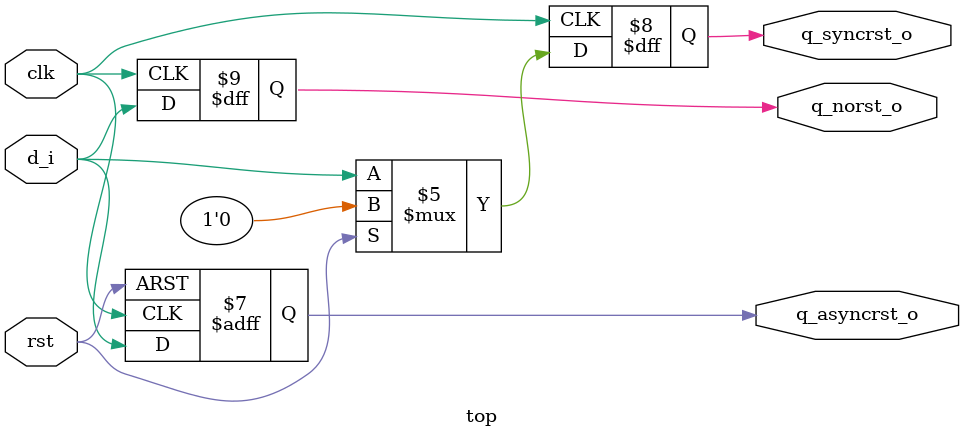
<source format=sv>
`timescale 1ns / 1ps


module top(
    input logic clk,
    input logic rst,
    input logic d_i,
    output logic q_norst_o,
    output logic q_asyncrst_o,
    output logic q_syncrst_o
    );
    
    //Non-resetable
    always_ff @(posedge clk)
        q_norst_o <= d_i;
        
    //Synchronus rst
    always_ff @(posedge clk)
        begin
            if (rst)
              q_syncrst_o <= 1'b0;
            else
              q_syncrst_o <= d_i;
        end 
        
       
    //asynchronus rst
    always_ff @(posedge clk or posedge rst)
        begin
            if (rst)
                q_asyncrst_o <= 1'b0;
            else
                q_asyncrst_o <= d_i;
        end        
endmodule

</source>
